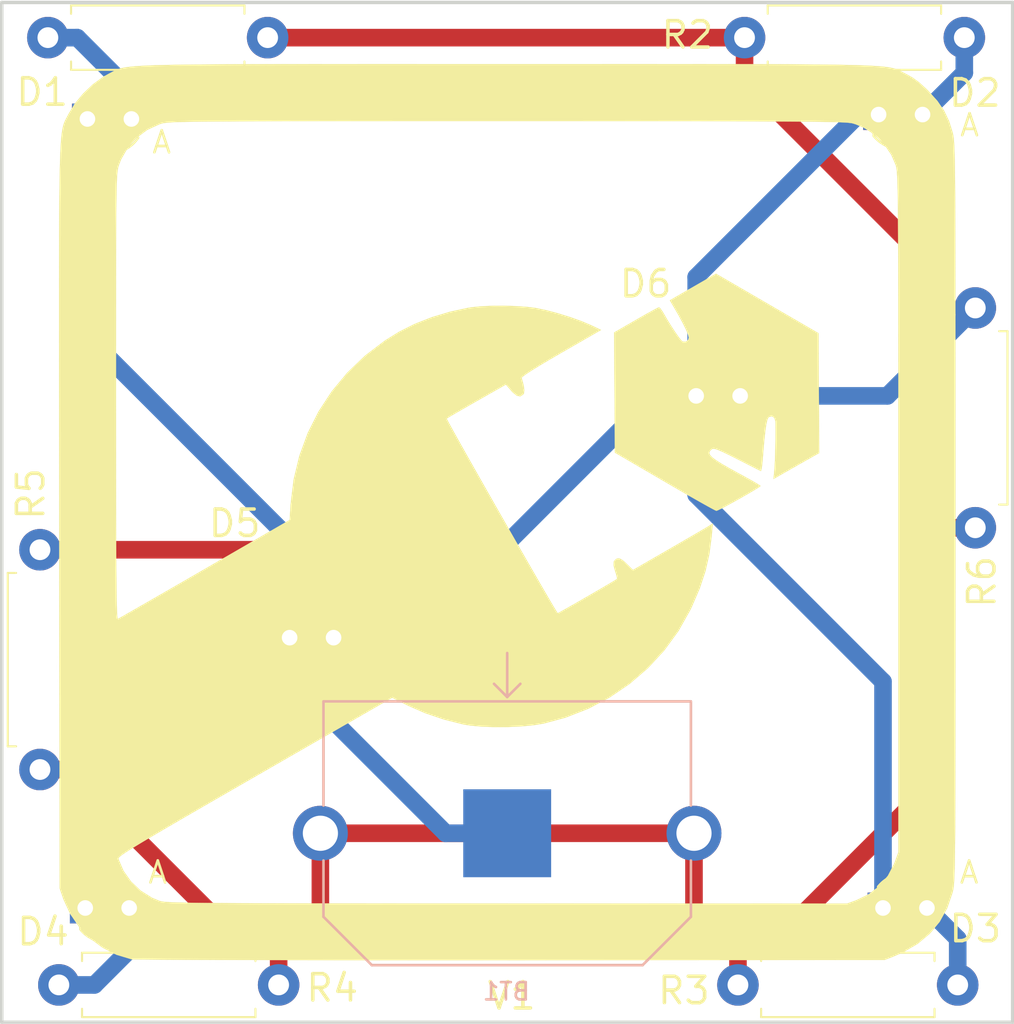
<source format=kicad_pcb>
(kicad_pcb (version 20171130) (host pcbnew "(5.0.1)-4")

  (general
    (thickness 1.6)
    (drawings 9)
    (tracks 62)
    (zones 0)
    (modules 14)
    (nets 9)
  )

  (page A4)
  (layers
    (0 F.Cu signal)
    (31 B.Cu signal hide)
    (32 B.Adhes user hide)
    (33 F.Adhes user hide)
    (34 B.Paste user hide)
    (35 F.Paste user hide)
    (36 B.SilkS user hide)
    (37 F.SilkS user)
    (38 B.Mask user hide)
    (39 F.Mask user)
    (40 Dwgs.User user hide)
    (41 Cmts.User user hide)
    (42 Eco1.User user hide)
    (43 Eco2.User user hide)
    (44 Edge.Cuts user)
    (45 Margin user hide)
    (46 B.CrtYd user hide)
    (47 F.CrtYd user)
    (48 B.Fab user)
    (49 F.Fab user hide)
  )

  (setup
    (last_trace_width 1.016)
    (trace_clearance 0.254)
    (zone_clearance 0.254)
    (zone_45_only no)
    (trace_min 1.016)
    (segment_width 0.2)
    (edge_width 0.2)
    (via_size 1.524)
    (via_drill 0.7874)
    (via_min_size 1.524)
    (via_min_drill 0.7874)
    (uvia_size 1.524)
    (uvia_drill 0.7874)
    (uvias_allowed no)
    (uvia_min_size 1.524)
    (uvia_min_drill 0.1)
    (pcb_text_width 0.3)
    (pcb_text_size 1.5 1.5)
    (mod_edge_width 0.15)
    (mod_text_size 1 1)
    (mod_text_width 0.15)
    (pad_size 1.778 1.778)
    (pad_drill 0.9)
    (pad_to_mask_clearance 0.2032)
    (solder_mask_min_width 0.254)
    (aux_axis_origin 0 0)
    (visible_elements 7FFFFFFF)
    (pcbplotparams
      (layerselection 0x010e0_ffffffff)
      (usegerberextensions false)
      (usegerberattributes false)
      (usegerberadvancedattributes false)
      (creategerberjobfile false)
      (excludeedgelayer true)
      (linewidth 0.100000)
      (plotframeref false)
      (viasonmask false)
      (mode 1)
      (useauxorigin false)
      (hpglpennumber 1)
      (hpglpenspeed 20)
      (hpglpendiameter 15.000000)
      (psnegative false)
      (psa4output false)
      (plotreference true)
      (plotvalue true)
      (plotinvisibletext false)
      (padsonsilk false)
      (subtractmaskfromsilk false)
      (outputformat 1)
      (mirror false)
      (drillshape 0)
      (scaleselection 1)
      (outputdirectory "PCB-Order/"))
  )

  (net 0 "")
  (net 1 GND)
  (net 2 "Net-(D1-Pad2)")
  (net 3 "Net-(D2-Pad2)")
  (net 4 "Net-(D3-Pad2)")
  (net 5 "Net-(D4-Pad2)")
  (net 6 "Net-(D5-Pad2)")
  (net 7 "Net-(D6-Pad2)")
  (net 8 "Net-(BT1-Pad1)")

  (net_class Default "This is the default net class."
    (clearance 0.254)
    (trace_width 1.016)
    (via_dia 1.524)
    (via_drill 0.7874)
    (uvia_dia 1.524)
    (uvia_drill 0.7874)
    (diff_pair_gap 2.54)
    (diff_pair_width 2.54)
    (add_net GND)
    (add_net "Net-(BT1-Pad1)")
    (add_net "Net-(D1-Pad2)")
    (add_net "Net-(D2-Pad2)")
    (add_net "Net-(D3-Pad2)")
    (add_net "Net-(D4-Pad2)")
    (add_net "Net-(D5-Pad2)")
    (add_net "Net-(D6-Pad2)")
  )

  (net_class SMT ""
    (clearance 0.254)
    (trace_width 1.016)
    (via_dia 1.524)
    (via_drill 0.7874)
    (uvia_dia 1.524)
    (uvia_drill 0.7874)
    (diff_pair_gap 2.54)
    (diff_pair_width 2.54)
  )

  (module km-noob-badge-kit:km-logo (layer F.Cu) (tedit 0) (tstamp 5C700E5E)
    (at 150.368 83.566)
    (path /5C769263)
    (fp_text reference KM_LOGO1 (at -0.127 7.112) (layer F.SilkS) hide
      (effects (font (size 1.524 1.524) (thickness 0.3)))
    )
    (fp_text value "KM LOGO FOOTPRINT" (at -6.35 9.652) (layer F.SilkS) hide
      (effects (font (size 1.524 1.524) (thickness 0.3)))
    )
    (fp_poly (pts (xy -6.08759 -25.905587) (xy -4.110666 -25.905372) (xy -1.9762 -25.905146) (xy 0 -25.90506)
      (xy 2.275696 -25.905172) (xy 4.388384 -25.905405) (xy 6.344391 -25.905607) (xy 8.150043 -25.905622)
      (xy 9.811666 -25.905299) (xy 11.335585 -25.904482) (xy 12.728128 -25.903018) (xy 13.995619 -25.900753)
      (xy 15.144385 -25.897534) (xy 16.180752 -25.893207) (xy 17.111045 -25.887619) (xy 17.941592 -25.880615)
      (xy 18.678717 -25.872041) (xy 19.328746 -25.861745) (xy 19.898007 -25.849573) (xy 20.392824 -25.83537)
      (xy 20.819524 -25.818984) (xy 21.184432 -25.800259) (xy 21.493875 -25.779044) (xy 21.754179 -25.755183)
      (xy 21.971669 -25.728524) (xy 22.152672 -25.698912) (xy 22.303514 -25.666194) (xy 22.43052 -25.630216)
      (xy 22.540017 -25.590825) (xy 22.63833 -25.547866) (xy 22.731786 -25.501187) (xy 22.82671 -25.450633)
      (xy 22.929429 -25.39605) (xy 23.029334 -25.345521) (xy 23.422265 -25.127828) (xy 23.788781 -24.862978)
      (xy 24.180289 -24.512049) (xy 24.344759 -24.34959) (xy 24.864654 -23.772007) (xy 25.254087 -23.20452)
      (xy 25.541452 -22.598583) (xy 25.740746 -21.962871) (xy 25.758357 -21.891479) (xy 25.774687 -21.815924)
      (xy 25.789784 -21.729852) (xy 25.803697 -21.62691) (xy 25.816473 -21.500743) (xy 25.828161 -21.344997)
      (xy 25.838809 -21.15332) (xy 25.848467 -20.919356) (xy 25.857181 -20.636752) (xy 25.865002 -20.299154)
      (xy 25.871976 -19.900209) (xy 25.878153 -19.433562) (xy 25.883581 -18.89286) (xy 25.888308 -18.271748)
      (xy 25.892382 -17.563874) (xy 25.895853 -16.762882) (xy 25.898767 -15.86242) (xy 25.901175 -14.856133)
      (xy 25.903124 -13.737667) (xy 25.904662 -12.500669) (xy 25.905838 -11.138785) (xy 25.9067 -9.645661)
      (xy 25.907297 -8.014942) (xy 25.907678 -6.240276) (xy 25.907889 -4.315309) (xy 25.907981 -2.233685)
      (xy 25.908 0) (xy 25.907983 2.24351) (xy 25.9079 4.324044) (xy 25.907702 6.247957)
      (xy 25.907339 8.021607) (xy 25.906763 9.651349) (xy 25.905924 11.143541) (xy 25.904773 12.504539)
      (xy 25.903262 13.740699) (xy 25.901341 14.858379) (xy 25.898961 15.863934) (xy 25.896073 16.763721)
      (xy 25.892628 17.564097) (xy 25.888578 18.271418) (xy 25.883872 18.892041) (xy 25.878461 19.432322)
      (xy 25.872298 19.898618) (xy 25.865332 20.297286) (xy 25.857515 20.634682) (xy 25.848797 20.917162)
      (xy 25.83913 21.151083) (xy 25.828464 21.342802) (xy 25.816751 21.498676) (xy 25.80394 21.625059)
      (xy 25.789984 21.728311) (xy 25.774833 21.814786) (xy 25.758438 21.890841) (xy 25.74075 21.962834)
      (xy 25.738384 21.972107) (xy 25.430761 22.867758) (xy 24.991747 23.659135) (xy 24.419371 24.34835)
      (xy 23.711661 24.937511) (xy 22.866648 25.428731) (xy 22.271406 25.685608) (xy 21.801667 25.865667)
      (xy 0.211667 25.878045) (xy -1.692925 25.87887) (xy -3.555173 25.879154) (xy -5.36783 25.878914)
      (xy -7.123648 25.878169) (xy -8.815381 25.876938) (xy -10.435779 25.875239) (xy -11.977597 25.873091)
      (xy -13.433585 25.870512) (xy -14.796496 25.867521) (xy -16.059084 25.864136) (xy -17.214099 25.860376)
      (xy -18.254296 25.856259) (xy -19.172425 25.851805) (xy -19.961239 25.84703) (xy -20.613491 25.841955)
      (xy -21.121933 25.836598) (xy -21.479318 25.830976) (xy -21.678398 25.825109) (xy -21.717 25.821958)
      (xy -22.575544 25.564151) (xy -23.376123 25.157853) (xy -24.100888 24.619084) (xy -24.731988 23.963864)
      (xy -25.251573 23.208216) (xy -25.641793 22.36816) (xy -25.677408 22.267334) (xy -25.865666 21.717)
      (xy -25.887805 0.274412) (xy -25.890283 -2.015532) (xy -25.892719 -4.14243) (xy -25.894965 -6.112567)
      (xy -25.895563 -6.682279) (xy -22.606 -6.682279) (xy -22.605754 -4.896738) (xy -22.604979 -3.273787)
      (xy -22.60362 -1.806684) (xy -22.601621 -0.488687) (xy -22.598926 0.686948) (xy -22.59548 1.726961)
      (xy -22.591227 2.638097) (xy -22.586112 3.427096) (xy -22.580079 4.100702) (xy -22.573073 4.665657)
      (xy -22.565037 5.128703) (xy -22.555916 5.496583) (xy -22.545656 5.776039) (xy -22.534199 5.973813)
      (xy -22.521491 6.096649) (xy -22.507476 6.151287) (xy -22.500166 6.155229) (xy -22.410531 6.106438)
      (xy -22.186655 5.979935) (xy -21.840873 5.7828) (xy -21.385517 5.522117) (xy -20.83292 5.204965)
      (xy -20.195415 4.838429) (xy -19.485336 4.429588) (xy -18.715016 3.985526) (xy -17.896787 3.513323)
      (xy -17.483666 3.274719) (xy -12.573 0.437764) (xy -12.516393 -0.462279) (xy -12.344022 -1.887677)
      (xy -12.013149 -3.264683) (xy -11.53027 -4.582976) (xy -10.90188 -5.832235) (xy -10.134474 -7.002141)
      (xy -9.23455 -8.082374) (xy -8.208601 -9.062613) (xy -7.063124 -9.932539) (xy -6.230276 -10.449529)
      (xy -5.344216 -10.892164) (xy -4.349737 -11.280942) (xy -3.304171 -11.596649) (xy -2.26485 -11.820071)
      (xy -2.032 -11.856488) (xy -1.501243 -11.909662) (xy -0.861209 -11.937421) (xy -0.167869 -11.940447)
      (xy 0.522809 -11.919421) (xy 1.154856 -11.875025) (xy 1.651 -11.811654) (xy 2.259272 -11.683858)
      (xy 2.94314 -11.501904) (xy 3.642039 -11.284647) (xy 4.295405 -11.050941) (xy 4.842673 -10.81964)
      (xy 4.852656 -10.814914) (xy 5.429645 -10.541) (xy 3.116989 -9.210917) (xy 2.436668 -8.815621)
      (xy 1.865872 -8.475575) (xy 1.412634 -8.195851) (xy 1.084984 -7.981521) (xy 0.890955 -7.837654)
      (xy 0.837452 -7.771583) (xy 0.950771 -7.350411) (xy 0.993045 -7.058581) (xy 0.966642 -6.872841)
      (xy 0.934389 -6.819348) (xy 0.761671 -6.701716) (xy 0.559136 -6.738571) (xy 0.317396 -6.93278)
      (xy 0.223412 -7.036559) (xy -0.074371 -7.384452) (xy -1.751686 -6.431152) (xy -2.235854 -6.155149)
      (xy -2.670989 -5.905524) (xy -3.035328 -5.694891) (xy -3.307109 -5.535862) (xy -3.464572 -5.441049)
      (xy -3.494036 -5.421323) (xy -3.459467 -5.344691) (xy -3.348159 -5.135115) (xy -3.167954 -4.806347)
      (xy -2.926696 -4.372138) (xy -2.63223 -3.846239) (xy -2.292399 -3.242401) (xy -1.915046 -2.574376)
      (xy -1.508015 -1.855915) (xy -1.07915 -1.100769) (xy -0.636294 -0.322689) (xy -0.187292 0.464572)
      (xy 0.260014 1.247265) (xy 0.69778 2.011637) (xy 1.118161 2.743937) (xy 1.513315 3.430415)
      (xy 1.875398 4.057319) (xy 2.196566 4.610897) (xy 2.468975 5.077398) (xy 2.684782 5.443071)
      (xy 2.836142 5.694166) (xy 2.915214 5.816929) (xy 2.918948 5.821747) (xy 2.992361 5.786837)
      (xy 3.187 5.680537) (xy 3.478052 5.517172) (xy 3.840706 5.311066) (xy 4.25015 5.076545)
      (xy 4.681573 4.827932) (xy 5.110163 4.579555) (xy 5.511109 4.345736) (xy 5.859599 4.140801)
      (xy 6.130821 3.979075) (xy 6.299964 3.874883) (xy 6.343815 3.844408) (xy 6.339464 3.750062)
      (xy 6.28653 3.550466) (xy 6.23593 3.399758) (xy 6.14441 3.057568) (xy 6.163158 2.827528)
      (xy 6.295584 2.690426) (xy 6.367002 2.661604) (xy 6.507413 2.664728) (xy 6.685681 2.770306)
      (xy 6.903933 2.966866) (xy 7.270173 3.326304) (xy 9.371253 2.11389) (xy 9.922127 1.795569)
      (xy 10.433435 1.499272) (xy 10.884362 1.237126) (xy 11.254095 1.021258) (xy 11.52182 0.863796)
      (xy 11.666722 0.776868) (xy 11.676569 0.770668) (xy 11.880805 0.639859) (xy 11.821078 1.356033)
      (xy 11.688963 2.392261) (xy 11.462579 3.390265) (xy 11.129141 4.394278) (xy 10.675868 5.448537)
      (xy 10.581622 5.644883) (xy 9.897322 6.859882) (xy 9.078137 7.981292) (xy 8.136024 8.999857)
      (xy 7.082938 9.906317) (xy 5.930835 10.691417) (xy 4.691671 11.345898) (xy 3.377401 11.860502)
      (xy 2.112998 12.202274) (xy 1.521364 12.299297) (xy 0.821623 12.366132) (xy 0.06116 12.402272)
      (xy -0.712637 12.407208) (xy -1.452383 12.380433) (xy -2.110692 12.321439) (xy -2.54 12.25214)
      (xy -3.648803 11.972909) (xy -4.725645 11.609133) (xy -5.70707 11.18251) (xy -5.790876 11.140595)
      (xy -6.644915 10.708113) (xy -14.582937 15.278624) (xy -15.843465 16.004704) (xy -16.964889 16.651427)
      (xy -17.95508 17.223526) (xy -18.821913 17.725737) (xy -19.573258 18.162793) (xy -20.216988 18.53943)
      (xy -20.760976 18.860382) (xy -21.213095 19.130383) (xy -21.581217 19.354168) (xy -21.873213 19.536471)
      (xy -22.096958 19.682027) (xy -22.260323 19.795571) (xy -22.371181 19.881837) (xy -22.437405 19.94556)
      (xy -22.466866 19.991474) (xy -22.468585 20.021067) (xy -22.172268 20.711387) (xy -21.735502 21.330403)
      (xy -21.179898 21.855893) (xy -20.527071 22.265637) (xy -20.115449 22.440412) (xy -20.062861 22.457208)
      (xy -19.998761 22.472736) (xy -19.916606 22.48705) (xy -19.809854 22.500201) (xy -19.671963 22.512242)
      (xy -19.49639 22.523224) (xy -19.276594 22.533198) (xy -19.006032 22.542218) (xy -18.678161 22.550334)
      (xy -18.286441 22.5576) (xy -17.824328 22.564066) (xy -17.285279 22.569784) (xy -16.662754 22.574807)
      (xy -15.950209 22.579187) (xy -15.141103 22.582974) (xy -14.228893 22.586222) (xy -13.207036 22.588982)
      (xy -12.068991 22.591306) (xy -10.808216 22.593246) (xy -9.418168 22.594854) (xy -7.892304 22.596181)
      (xy -6.224084 22.59728) (xy -4.406963 22.598203) (xy -2.434401 22.599001) (xy -0.299855 22.599727)
      (xy -0.025018 22.599814) (xy 19.634964 22.606) (xy 20.180263 22.408067) (xy 20.898614 22.061727)
      (xy 21.508362 21.587448) (xy 22.000495 20.994243) (xy 22.365999 20.291125) (xy 22.408067 20.180263)
      (xy 22.606 19.634964) (xy 22.606 0.009403) (xy 22.60597 -2.141568) (xy 22.605844 -4.129777)
      (xy 22.605569 -5.961797) (xy 22.605093 -7.6442) (xy 22.604365 -9.183558) (xy 22.60333 -10.586441)
      (xy 22.601936 -11.859424) (xy 22.600132 -13.009077) (xy 22.597864 -14.041972) (xy 22.59508 -14.964681)
      (xy 22.591728 -15.783777) (xy 22.587755 -16.505832) (xy 22.583108 -17.137416) (xy 22.577734 -17.685103)
      (xy 22.571582 -18.155464) (xy 22.564599 -18.555072) (xy 22.556733 -18.890497) (xy 22.54793 -19.168313)
      (xy 22.538138 -19.39509) (xy 22.527305 -19.577402) (xy 22.515378 -19.72182) (xy 22.502305 -19.834916)
      (xy 22.488033 -19.923262) (xy 22.472509 -19.99343) (xy 22.455682 -20.051991) (xy 22.445417 -20.082899)
      (xy 22.192043 -20.667074) (xy 21.846883 -21.176955) (xy 21.450435 -21.598238) (xy 21.015295 -21.971435)
      (xy 20.598283 -22.234283) (xy 20.135775 -22.424727) (xy 19.987133 -22.470927) (xy 19.924991 -22.485858)
      (xy 19.839859 -22.499659) (xy 19.725254 -22.512374) (xy 19.5747 -22.524046) (xy 19.381714 -22.53472)
      (xy 19.139819 -22.544439) (xy 18.842534 -22.553247) (xy 18.483379 -22.561188) (xy 18.055875 -22.568305)
      (xy 17.553542 -22.574643) (xy 16.969901 -22.580244) (xy 16.298471 -22.585153) (xy 15.532774 -22.589414)
      (xy 14.666328 -22.59307) (xy 13.692656 -22.596164) (xy 12.605276 -22.598742) (xy 11.39771 -22.600846)
      (xy 10.063477 -22.60252) (xy 8.596098 -22.603808) (xy 6.989093 -22.604753) (xy 5.235983 -22.605401)
      (xy 3.330288 -22.605793) (xy 1.265528 -22.605974) (xy -0.018038 -22.606) (xy -2.16261 -22.60599)
      (xy -4.144454 -22.605921) (xy -5.970177 -22.605736) (xy -7.646383 -22.605377) (xy -9.179679 -22.604787)
      (xy -10.57667 -22.603907) (xy -11.843962 -22.602681) (xy -12.988161 -22.601051) (xy -14.015872 -22.598959)
      (xy -14.933702 -22.596347) (xy -15.748255 -22.593158) (xy -16.466138 -22.589334) (xy -17.093956 -22.584818)
      (xy -17.638315 -22.579552) (xy -18.105821 -22.573478) (xy -18.50308 -22.566539) (xy -18.836696 -22.558678)
      (xy -19.113277 -22.549835) (xy -19.339427 -22.539955) (xy -19.521752 -22.528979) (xy -19.666858 -22.51685)
      (xy -19.781352 -22.50351) (xy -19.871837 -22.488902) (xy -19.944921 -22.472967) (xy -20.007209 -22.455648)
      (xy -20.065307 -22.436889) (xy -20.082816 -22.431001) (xy -20.793622 -22.104966) (xy -21.414288 -21.644334)
      (xy -21.926234 -21.067666) (xy -22.310881 -20.393524) (xy -22.429782 -20.086435) (xy -22.453389 -20.014664)
      (xy -22.474788 -19.940774) (xy -22.494087 -19.856516) (xy -22.511394 -19.753639) (xy -22.526818 -19.623894)
      (xy -22.540467 -19.459031) (xy -22.55245 -19.250799) (xy -22.562876 -18.990948) (xy -22.571852 -18.671229)
      (xy -22.579487 -18.283392) (xy -22.58589 -17.819186) (xy -22.591169 -17.270362) (xy -22.595432 -16.62867)
      (xy -22.598789 -15.885859) (xy -22.601347 -15.033679) (xy -22.603215 -14.063881) (xy -22.604501 -12.968215)
      (xy -22.605314 -11.73843) (xy -22.605763 -10.366277) (xy -22.605955 -8.843505) (xy -22.605999 -7.161865)
      (xy -22.606 -6.682279) (xy -25.895563 -6.682279) (xy -25.896876 -7.932229) (xy -25.898306 -9.607704)
      (xy -25.899108 -11.145276) (xy -25.899135 -12.551233) (xy -25.898243 -13.831861) (xy -25.896284 -14.993447)
      (xy -25.893112 -16.042275) (xy -25.888582 -16.984634) (xy -25.882545 -17.826808) (xy -25.874858 -18.575085)
      (xy -25.865372 -19.235751) (xy -25.853942 -19.815092) (xy -25.840422 -20.319394) (xy -25.824665 -20.754943)
      (xy -25.806526 -21.128027) (xy -25.785857 -21.444931) (xy -25.762513 -21.711941) (xy -25.736347 -21.935344)
      (xy -25.707213 -22.121427) (xy -25.674965 -22.276475) (xy -25.639456 -22.406774) (xy -25.600541 -22.518612)
      (xy -25.558073 -22.618274) (xy -25.511905 -22.712047) (xy -25.461892 -22.806217) (xy -25.407887 -22.907071)
      (xy -25.349744 -23.020894) (xy -25.345602 -23.029333) (xy -24.985403 -23.621299) (xy -24.503691 -24.204122)
      (xy -23.944585 -24.733684) (xy -23.352203 -25.165869) (xy -23.029333 -25.345521) (xy -22.914784 -25.403708)
      (xy -22.813495 -25.457735) (xy -22.719142 -25.507753) (xy -22.625397 -25.553918) (xy -22.525936 -25.596383)
      (xy -22.414432 -25.635301) (xy -22.284558 -25.670827) (xy -22.12999 -25.703114) (xy -21.944401 -25.732316)
      (xy -21.721464 -25.758586) (xy -21.454855 -25.782078) (xy -21.138247 -25.802946) (xy -20.765315 -25.821344)
      (xy -20.329731 -25.837425) (xy -19.82517 -25.851343) (xy -19.245307 -25.863251) (xy -18.583815 -25.873304)
      (xy -17.834368 -25.881655) (xy -16.99064 -25.888458) (xy -16.046305 -25.893866) (xy -14.995038 -25.898033)
      (xy -13.830512 -25.901113) (xy -12.546401 -25.90326) (xy -11.136379 -25.904627) (xy -9.594121 -25.905368)
      (xy -7.9133 -25.905637) (xy -6.08759 -25.905587)) (layer F.SilkS) (width 0.01))
    (fp_poly (pts (xy 17.991667 -10.353404) (xy 18.011727 -6.891202) (xy 18.031786 -3.429) (xy 17.208232 -2.963333)
      (xy 16.809195 -2.73729) (xy 16.403742 -2.506921) (xy 16.050792 -2.305732) (xy 15.88595 -2.211366)
      (xy 15.387222 -1.925066) (xy 15.440676 -2.465366) (xy 15.461161 -2.758837) (xy 15.479056 -3.17421)
      (xy 15.493341 -3.664062) (xy 15.502997 -4.18097) (xy 15.507005 -4.67751) (xy 15.504344 -5.106259)
      (xy 15.500791 -5.261441) (xy 15.438558 -5.459083) (xy 15.299872 -5.551936) (xy 15.134802 -5.513036)
      (xy 15.095433 -5.479719) (xy 15.034007 -5.35175) (xy 14.974165 -5.08787) (xy 14.914859 -4.680415)
      (xy 14.855043 -4.121724) (xy 14.793668 -3.404131) (xy 14.771113 -3.1071) (xy 14.740742 -2.779606)
      (xy 14.705879 -2.531546) (xy 14.672212 -2.399311) (xy 14.658612 -2.387433) (xy 14.567801 -2.432315)
      (xy 14.351534 -2.540955) (xy 14.035351 -2.700472) (xy 13.644792 -2.897983) (xy 13.27596 -3.084829)
      (xy 12.787709 -3.32973) (xy 12.426841 -3.503021) (xy 12.171505 -3.613109) (xy 11.999848 -3.6684)
      (xy 11.890019 -3.677302) (xy 11.820165 -3.64822) (xy 11.817381 -3.645962) (xy 11.717675 -3.543593)
      (xy 11.680163 -3.44002) (xy 11.717054 -3.32501) (xy 11.840557 -3.18833) (xy 12.062882 -3.019745)
      (xy 12.396239 -2.809023) (xy 12.852837 -2.545929) (xy 13.444886 -2.220231) (xy 13.6525 -2.107832)
      (xy 14.018382 -1.906989) (xy 14.323205 -1.733451) (xy 14.539615 -1.603264) (xy 14.64026 -1.532473)
      (xy 14.644153 -1.526133) (xy 14.572788 -1.466812) (xy 14.381584 -1.344413) (xy 14.100101 -1.175562)
      (xy 13.757901 -0.976884) (xy 13.384547 -0.765007) (xy 13.0096 -0.556556) (xy 12.662622 -0.368159)
      (xy 12.373173 -0.216442) (xy 12.170817 -0.118031) (xy 12.08844 -0.088719) (xy 11.993637 -0.131025)
      (xy 11.769218 -0.24996) (xy 11.431529 -0.436307) (xy 10.996916 -0.680852) (xy 10.481725 -0.974379)
      (xy 9.902301 -1.307674) (xy 9.274991 -1.671521) (xy 9.101667 -1.772555) (xy 6.223 -3.452337)
      (xy 6.200902 -6.924326) (xy 6.178803 -10.396315) (xy 7.440174 -11.124824) (xy 7.857721 -11.363601)
      (xy 8.225543 -11.569445) (xy 8.51824 -11.728502) (xy 8.710411 -11.826918) (xy 8.774606 -11.852681)
      (xy 8.854838 -11.7846) (xy 8.97702 -11.612101) (xy 9.047512 -11.492848) (xy 9.253144 -11.138092)
      (xy 9.477319 -10.775357) (xy 9.699119 -10.435786) (xy 9.897623 -10.150519) (xy 10.051915 -9.950697)
      (xy 10.138834 -9.868234) (xy 10.334811 -9.863004) (xy 10.469619 -9.983566) (xy 10.496439 -10.105558)
      (xy 10.451414 -10.278899) (xy 10.326851 -10.570796) (xy 10.134614 -10.957258) (xy 9.886569 -11.414295)
      (xy 9.627476 -11.862676) (xy 9.395768 -12.253019) (xy 10.391718 -12.826802) (xy 10.793769 -13.058473)
      (xy 11.174469 -13.27792) (xy 11.493573 -13.461938) (xy 11.710834 -13.587322) (xy 11.727523 -13.596963)
      (xy 12.067379 -13.793342) (xy 17.991667 -10.353404)) (layer F.SilkS) (width 0.01))
  )

  (module LEDs:LED_D3.0mm (layer F.Cu) (tedit 5C6F713C) (tstamp 5C6F85E6)
    (at 125.984 106.426)
    (descr "LED, diameter 3.0mm, 2 pins")
    (tags "LED diameter 3.0mm 2 pins")
    (path /5C6F5728)
    (fp_text reference D4 (at -2.4384 1.3716) (layer F.SilkS)
      (effects (font (size 1.524 1.524) (thickness 0.2032)))
    )
    (fp_text value LED (at 4.445 -1.905) (layer F.Fab)
      (effects (font (size 1 1) (thickness 0.15)))
    )
    (fp_arc (start 1.27 0) (end -0.23 -1.16619) (angle 284.3) (layer F.Fab) (width 0.1))
    (fp_arc (start 1.27 0) (end -0.29 -1.235516) (angle 108.8) (layer F.SilkS) (width 0.12))
    (fp_arc (start 1.27 0) (end -0.29 1.235516) (angle -108.8) (layer F.SilkS) (width 0.12))
    (fp_arc (start 1.27 0) (end 0.229039 -1.08) (angle 87.9) (layer F.SilkS) (width 0.12))
    (fp_arc (start 1.27 0) (end 0.229039 1.08) (angle -87.9) (layer F.SilkS) (width 0.12))
    (fp_circle (center 1.27 0) (end 2.77 0) (layer F.Fab) (width 0.1))
    (fp_line (start -0.23 -1.16619) (end -0.23 1.16619) (layer F.Fab) (width 0.1))
    (fp_line (start -0.29 -1.236) (end -0.29 -1.08) (layer F.SilkS) (width 0.12))
    (fp_line (start -0.29 1.08) (end -0.29 1.236) (layer F.SilkS) (width 0.12))
    (fp_line (start -1.15 -2.25) (end -1.15 2.25) (layer F.CrtYd) (width 0.05))
    (fp_line (start -1.15 2.25) (end 3.7 2.25) (layer F.CrtYd) (width 0.05))
    (fp_line (start 3.7 2.25) (end 3.7 -2.25) (layer F.CrtYd) (width 0.05))
    (fp_line (start 3.7 -2.25) (end -1.15 -2.25) (layer F.CrtYd) (width 0.05))
    (pad 1 thru_hole rect (at 0 0) (size 1.778 1.778) (drill 0.9) (layers *.Cu *.Mask)
      (net 1 GND))
    (pad 2 thru_hole circle (at 2.54 0) (size 2.032 2.032) (drill 0.9) (layers *.Cu *.Mask)
      (net 5 "Net-(D4-Pad2)"))
    (model ${KISYS3DMOD}/LEDs.3dshapes/LED_D3.0mm.wrl
      (at (xyz 0 0 0))
      (scale (xyz 0.393701 0.393701 0.393701))
      (rotate (xyz 0 0 0))
    )
  )

  (module "Rays Footprints:Keystone-3035-CR2032-Coin" (layer B.Cu) (tedit 5C701D3A) (tstamp 5C709D55)
    (at 150.368 102.108 180)
    (path /5C758C68)
    (fp_text reference BT1 (at 0.0508 -9.144 180) (layer B.SilkS)
      (effects (font (size 1 1) (thickness 0.15)) (justify mirror))
    )
    (fp_text value CR2032 (at -0.0508 -6.4516 180) (layer B.Fab)
      (effects (font (size 1 1) (thickness 0.15)) (justify mirror))
    )
    (fp_line (start -10.6172 -4.826) (end -10.6172 -1.5748) (layer B.SilkS) (width 0.1524))
    (fp_line (start -10.6172 1.6002) (end -10.6172 7.62) (layer B.SilkS) (width 0.1524))
    (fp_line (start 10.6172 -4.826) (end 10.6172 -1.5748) (layer B.SilkS) (width 0.1524))
    (fp_circle (center 0 0) (end 10.163175 0) (layer B.Fab) (width 0.1524))
    (fp_line (start -11.176 -10.668) (end 11.176 -10.668) (layer B.CrtYd) (width 0.1524))
    (fp_line (start -11.176 27.432) (end 11.176 27.432) (layer B.CrtYd) (width 0.1524))
    (fp_line (start -11.176 -10.668) (end -11.176 27.432) (layer B.CrtYd) (width 0.1524))
    (fp_line (start 11.176 -10.668) (end 11.176 27.432) (layer B.CrtYd) (width 0.1524))
    (fp_line (start 0 7.874) (end -0.762 8.636) (layer B.SilkS) (width 0.1524))
    (fp_line (start 0 7.874) (end 0.762 8.636) (layer B.SilkS) (width 0.1524))
    (fp_line (start 0 7.874) (end 0 10.414) (layer B.SilkS) (width 0.1524))
    (fp_circle (center -5.6134 -4.318) (end -3.0734 -4.318) (layer B.Fab) (width 0.1524))
    (fp_circle (center 5.6134 -4.318) (end 8.1534 -4.318) (layer B.Fab) (width 0.1524))
    (fp_line (start -7.8232 -7.62) (end -10.6172 -4.826) (layer B.SilkS) (width 0.1524))
    (fp_line (start 7.8232 -7.62) (end -7.8232 -7.62) (layer B.SilkS) (width 0.1524))
    (fp_line (start 10.6172 1.6002) (end 10.6172 7.62) (layer B.SilkS) (width 0.1524))
    (fp_line (start 7.8232 -7.62) (end 10.6172 -4.826) (layer B.SilkS) (width 0.1524))
    (fp_line (start -10.6045 7.62) (end 10.6045 7.62) (layer B.SilkS) (width 0.1524))
    (pad 2 smd rect (at 0 0 180) (size 5.08 5.08) (layers B.Cu B.Paste B.Mask)
      (net 1 GND))
    (pad 1 thru_hole circle (at 10.795 0 180) (size 3.175 3.175) (drill 2.032) (layers *.Cu *.Mask)
      (net 8 "Net-(BT1-Pad1)"))
    (pad 1 thru_hole circle (at -10.795 0 90) (size 3.175 3.175) (drill 2.032) (layers *.Cu *.Mask)
      (net 8 "Net-(BT1-Pad1)"))
  )

  (module LEDs:LED_D3.0mm (layer F.Cu) (tedit 5C6F7153) (tstamp 5C738A30)
    (at 172.085 106.426)
    (descr "LED, diameter 3.0mm, 2 pins")
    (tags "LED diameter 3.0mm 2 pins")
    (path /5C6F56F7)
    (fp_text reference D3 (at 5.334 1.1938) (layer F.SilkS)
      (effects (font (size 1.524 1.524) (thickness 0.2032)))
    )
    (fp_text value LED (at -1.651 -2.54) (layer F.Fab)
      (effects (font (size 1 1) (thickness 0.15)))
    )
    (fp_line (start 3.7 -2.25) (end -1.15 -2.25) (layer F.CrtYd) (width 0.05))
    (fp_line (start 3.7 2.25) (end 3.7 -2.25) (layer F.CrtYd) (width 0.05))
    (fp_line (start -1.15 2.25) (end 3.7 2.25) (layer F.CrtYd) (width 0.05))
    (fp_line (start -1.15 -2.25) (end -1.15 2.25) (layer F.CrtYd) (width 0.05))
    (fp_line (start -0.29 1.08) (end -0.29 1.236) (layer F.SilkS) (width 0.12))
    (fp_line (start -0.29 -1.236) (end -0.29 -1.08) (layer F.SilkS) (width 0.12))
    (fp_line (start -0.23 -1.16619) (end -0.23 1.16619) (layer F.Fab) (width 0.1))
    (fp_circle (center 1.27 0) (end 2.77 0) (layer F.Fab) (width 0.1))
    (fp_arc (start 1.27 0) (end 0.229039 1.08) (angle -87.9) (layer F.SilkS) (width 0.12))
    (fp_arc (start 1.27 0) (end 0.229039 -1.08) (angle 87.9) (layer F.SilkS) (width 0.12))
    (fp_arc (start 1.27 0) (end -0.29 1.235516) (angle -108.8) (layer F.SilkS) (width 0.12))
    (fp_arc (start 1.27 0) (end -0.29 -1.235516) (angle 108.8) (layer F.SilkS) (width 0.12))
    (fp_arc (start 1.27 0) (end -0.23 -1.16619) (angle 284.3) (layer F.Fab) (width 0.1))
    (pad 2 thru_hole circle (at 2.54 0) (size 2.032 2.032) (drill 0.9) (layers *.Cu *.Mask)
      (net 4 "Net-(D3-Pad2)"))
    (pad 1 thru_hole rect (at 0 0) (size 1.778 1.778) (drill 0.9) (layers *.Cu *.Mask)
      (net 1 GND))
    (model ${KISYS3DMOD}/LEDs.3dshapes/LED_D3.0mm.wrl
      (at (xyz 0 0 0))
      (scale (xyz 0.393701 0.393701 0.393701))
      (rotate (xyz 0 0 0))
    )
  )

  (module LEDs:LED_D3.0mm (layer F.Cu) (tedit 5C6F7131) (tstamp 5C6F6080)
    (at 126.111 60.833)
    (descr "LED, diameter 3.0mm, 2 pins")
    (tags "LED diameter 3.0mm 2 pins")
    (path /5C6F5677)
    (fp_text reference D1 (at -2.6162 -1.5494) (layer F.SilkS)
      (effects (font (size 1.524 1.524) (thickness 0.2032)))
    )
    (fp_text value LED (at 5.207 1.905) (layer F.Fab)
      (effects (font (size 1 1) (thickness 0.15)))
    )
    (fp_arc (start 1.27 0) (end -0.23 -1.16619) (angle 284.3) (layer F.Fab) (width 0.1))
    (fp_arc (start 1.27 0) (end -0.29 -1.235516) (angle 108.8) (layer F.SilkS) (width 0.12))
    (fp_arc (start 1.27 0) (end -0.29 1.235516) (angle -108.8) (layer F.SilkS) (width 0.12))
    (fp_arc (start 1.27 0) (end 0.229039 -1.08) (angle 87.9) (layer F.SilkS) (width 0.12))
    (fp_arc (start 1.27 0) (end 0.229039 1.08) (angle -87.9) (layer F.SilkS) (width 0.12))
    (fp_circle (center 1.27 0) (end 2.77 0) (layer F.Fab) (width 0.1))
    (fp_line (start -0.23 -1.16619) (end -0.23 1.16619) (layer F.Fab) (width 0.1))
    (fp_line (start -0.29 -1.236) (end -0.29 -1.08) (layer F.SilkS) (width 0.12))
    (fp_line (start -0.29 1.08) (end -0.29 1.236) (layer F.SilkS) (width 0.12))
    (fp_line (start -1.15 -2.25) (end -1.15 2.25) (layer F.CrtYd) (width 0.05))
    (fp_line (start -1.15 2.25) (end 3.7 2.25) (layer F.CrtYd) (width 0.05))
    (fp_line (start 3.7 2.25) (end 3.7 -2.25) (layer F.CrtYd) (width 0.05))
    (fp_line (start 3.7 -2.25) (end -1.15 -2.25) (layer F.CrtYd) (width 0.05))
    (pad 1 thru_hole rect (at 0 0) (size 1.778 1.778) (drill 0.9) (layers *.Cu *.Mask)
      (net 1 GND))
    (pad 2 thru_hole circle (at 2.54 0) (size 2.032 2.032) (drill 0.9) (layers *.Cu *.Mask)
      (net 2 "Net-(D1-Pad2)"))
    (model ${KISYS3DMOD}/LEDs.3dshapes/LED_D3.0mm.wrl
      (at (xyz 0 0 0))
      (scale (xyz 0.393701 0.393701 0.393701))
      (rotate (xyz 0 0 0))
    )
  )

  (module LEDs:LED_D3.0mm (layer F.Cu) (tedit 5C6F7166) (tstamp 5C6F6093)
    (at 171.831 60.579)
    (descr "LED, diameter 3.0mm, 2 pins")
    (tags "LED diameter 3.0mm 2 pins")
    (path /5C6F56D9)
    (fp_text reference D2 (at 5.5626 -1.2446) (layer F.SilkS)
      (effects (font (size 1.524 1.524) (thickness 0.2032)))
    )
    (fp_text value LED (at -0.381 3.302) (layer F.Fab)
      (effects (font (size 1 1) (thickness 0.15)))
    )
    (fp_arc (start 1.27 0) (end -0.23 -1.16619) (angle 284.3) (layer F.Fab) (width 0.1))
    (fp_arc (start 1.27 0) (end -0.29 -1.235516) (angle 108.8) (layer F.SilkS) (width 0.12))
    (fp_arc (start 1.27 0) (end -0.29 1.235516) (angle -108.8) (layer F.SilkS) (width 0.12))
    (fp_arc (start 1.27 0) (end 0.229039 -1.08) (angle 87.9) (layer F.SilkS) (width 0.12))
    (fp_arc (start 1.27 0) (end 0.229039 1.08) (angle -87.9) (layer F.SilkS) (width 0.12))
    (fp_circle (center 1.27 0) (end 2.77 0) (layer F.Fab) (width 0.1))
    (fp_line (start -0.23 -1.16619) (end -0.23 1.16619) (layer F.Fab) (width 0.1))
    (fp_line (start -0.29 -1.236) (end -0.29 -1.08) (layer F.SilkS) (width 0.12))
    (fp_line (start -0.29 1.08) (end -0.29 1.236) (layer F.SilkS) (width 0.12))
    (fp_line (start -1.15 -2.25) (end -1.15 2.25) (layer F.CrtYd) (width 0.05))
    (fp_line (start -1.15 2.25) (end 3.7 2.25) (layer F.CrtYd) (width 0.05))
    (fp_line (start 3.7 2.25) (end 3.7 -2.25) (layer F.CrtYd) (width 0.05))
    (fp_line (start 3.7 -2.25) (end -1.15 -2.25) (layer F.CrtYd) (width 0.05))
    (pad 1 thru_hole rect (at 0 0) (size 1.778 1.778) (drill 0.9) (layers *.Cu *.Mask)
      (net 1 GND))
    (pad 2 thru_hole circle (at 2.54 0) (size 2.032 2.032) (drill 0.9) (layers *.Cu *.Mask)
      (net 3 "Net-(D2-Pad2)"))
    (model ${KISYS3DMOD}/LEDs.3dshapes/LED_D3.0mm.wrl
      (at (xyz 0 0 0))
      (scale (xyz 0.393701 0.393701 0.393701))
      (rotate (xyz 0 0 0))
    )
  )

  (module LEDs:LED_D3.0mm (layer F.Cu) (tedit 5C6F715F) (tstamp 5C6F60CC)
    (at 137.795 90.805)
    (descr "LED, diameter 3.0mm, 2 pins")
    (tags "LED diameter 3.0mm 2 pins")
    (path /5C6F5750)
    (fp_text reference D5 (at -3.175 -6.604) (layer F.SilkS)
      (effects (font (size 1.524 1.524) (thickness 0.2032)))
    )
    (fp_text value LED (at 1.27 2.96) (layer F.Fab)
      (effects (font (size 1 1) (thickness 0.15)))
    )
    (fp_line (start 3.7 -2.25) (end -1.15 -2.25) (layer F.CrtYd) (width 0.05))
    (fp_line (start 3.7 2.25) (end 3.7 -2.25) (layer F.CrtYd) (width 0.05))
    (fp_line (start -1.15 2.25) (end 3.7 2.25) (layer F.CrtYd) (width 0.05))
    (fp_line (start -1.15 -2.25) (end -1.15 2.25) (layer F.CrtYd) (width 0.05))
    (fp_line (start -0.29 1.08) (end -0.29 1.236) (layer F.SilkS) (width 0.12))
    (fp_line (start -0.29 -1.236) (end -0.29 -1.08) (layer F.SilkS) (width 0.12))
    (fp_line (start -0.23 -1.16619) (end -0.23 1.16619) (layer F.Fab) (width 0.1))
    (fp_circle (center 1.27 0) (end 2.77 0) (layer F.Fab) (width 0.1))
    (fp_arc (start 1.27 0) (end 0.229039 1.08) (angle -87.9) (layer F.SilkS) (width 0.12))
    (fp_arc (start 1.27 0) (end 0.229039 -1.08) (angle 87.9) (layer F.SilkS) (width 0.12))
    (fp_arc (start 1.27 0) (end -0.29 1.235516) (angle -108.8) (layer F.SilkS) (width 0.12))
    (fp_arc (start 1.27 0) (end -0.29 -1.235516) (angle 108.8) (layer F.SilkS) (width 0.12))
    (fp_arc (start 1.27 0) (end -0.23 -1.16619) (angle 284.3) (layer F.Fab) (width 0.1))
    (pad 2 thru_hole circle (at 2.54 0) (size 2.032 2.032) (drill 0.9) (layers *.Cu *.Mask)
      (net 6 "Net-(D5-Pad2)"))
    (pad 1 thru_hole rect (at 0 0) (size 1.778 1.778) (drill 0.9) (layers *.Cu *.Mask)
      (net 1 GND))
    (model ${KISYS3DMOD}/LEDs.3dshapes/LED_D3.0mm.wrl
      (at (xyz 0 0 0))
      (scale (xyz 0.393701 0.393701 0.393701))
      (rotate (xyz 0 0 0))
    )
  )

  (module LEDs:LED_D3.0mm (layer F.Cu) (tedit 5C6F7162) (tstamp 5C6F60DF)
    (at 161.29 76.835)
    (descr "LED, diameter 3.0mm, 2 pins")
    (tags "LED diameter 3.0mm 2 pins")
    (path /5C71463E)
    (fp_text reference D6 (at -2.921 -6.477) (layer F.SilkS)
      (effects (font (size 1.524 1.524) (thickness 0.2032)))
    )
    (fp_text value LED (at 1.27 2.96) (layer F.Fab)
      (effects (font (size 1 1) (thickness 0.15)))
    )
    (fp_line (start 3.7 -2.25) (end -1.15 -2.25) (layer F.CrtYd) (width 0.05))
    (fp_line (start 3.7 2.25) (end 3.7 -2.25) (layer F.CrtYd) (width 0.05))
    (fp_line (start -1.15 2.25) (end 3.7 2.25) (layer F.CrtYd) (width 0.05))
    (fp_line (start -1.15 -2.25) (end -1.15 2.25) (layer F.CrtYd) (width 0.05))
    (fp_line (start -0.29 1.08) (end -0.29 1.236) (layer F.SilkS) (width 0.12))
    (fp_line (start -0.29 -1.236) (end -0.29 -1.08) (layer F.SilkS) (width 0.12))
    (fp_line (start -0.23 -1.16619) (end -0.23 1.16619) (layer F.Fab) (width 0.1))
    (fp_circle (center 1.27 0) (end 2.77 0) (layer F.Fab) (width 0.1))
    (fp_arc (start 1.27 0) (end 0.229039 1.08) (angle -87.9) (layer F.SilkS) (width 0.12))
    (fp_arc (start 1.27 0) (end 0.229039 -1.08) (angle 87.9) (layer F.SilkS) (width 0.12))
    (fp_arc (start 1.27 0) (end -0.29 1.235516) (angle -108.8) (layer F.SilkS) (width 0.12))
    (fp_arc (start 1.27 0) (end -0.29 -1.235516) (angle 108.8) (layer F.SilkS) (width 0.12))
    (fp_arc (start 1.27 0) (end -0.23 -1.16619) (angle 284.3) (layer F.Fab) (width 0.1))
    (pad 2 thru_hole circle (at 2.54 0) (size 2.032 2.032) (drill 0.9) (layers *.Cu *.Mask)
      (net 7 "Net-(D6-Pad2)"))
    (pad 1 thru_hole rect (at 0 0) (size 1.778 1.778) (drill 0.9) (layers *.Cu *.Mask)
      (net 1 GND))
    (model ${KISYS3DMOD}/LEDs.3dshapes/LED_D3.0mm.wrl
      (at (xyz 0 0 0))
      (scale (xyz 0.393701 0.393701 0.393701))
      (rotate (xyz 0 0 0))
    )
  )

  (module Resistors_THT:R_Axial_DIN0411_L9.9mm_D3.6mm_P12.70mm_Horizontal (layer F.Cu) (tedit 5874F706) (tstamp 5C73802A)
    (at 136.525 56.134 180)
    (descr "Resistor, Axial_DIN0411 series, Axial, Horizontal, pin pitch=12.7mm, 1W = 1/1W, length*diameter=9.9*3.6mm^2")
    (tags "Resistor Axial_DIN0411 series Axial Horizontal pin pitch 12.7mm 1W = 1/1W length 9.9mm diameter 3.6mm")
    (path /5C6F5963)
    (fp_text reference R1 (at 6.35 -2.86 180) (layer F.SilkS)
      (effects (font (size 1 1) (thickness 0.15)))
    )
    (fp_text value 51 (at 6.35 2.86 180) (layer F.Fab)
      (effects (font (size 1 1) (thickness 0.15)))
    )
    (fp_line (start 14.15 -2.15) (end -1.45 -2.15) (layer F.CrtYd) (width 0.05))
    (fp_line (start 14.15 2.15) (end 14.15 -2.15) (layer F.CrtYd) (width 0.05))
    (fp_line (start -1.45 2.15) (end 14.15 2.15) (layer F.CrtYd) (width 0.05))
    (fp_line (start -1.45 -2.15) (end -1.45 2.15) (layer F.CrtYd) (width 0.05))
    (fp_line (start 11.36 1.86) (end 11.36 1.38) (layer F.SilkS) (width 0.12))
    (fp_line (start 1.34 1.86) (end 11.36 1.86) (layer F.SilkS) (width 0.12))
    (fp_line (start 1.34 1.38) (end 1.34 1.86) (layer F.SilkS) (width 0.12))
    (fp_line (start 11.36 -1.86) (end 11.36 -1.38) (layer F.SilkS) (width 0.12))
    (fp_line (start 1.34 -1.86) (end 11.36 -1.86) (layer F.SilkS) (width 0.12))
    (fp_line (start 1.34 -1.38) (end 1.34 -1.86) (layer F.SilkS) (width 0.12))
    (fp_line (start 12.7 0) (end 11.3 0) (layer F.Fab) (width 0.1))
    (fp_line (start 0 0) (end 1.4 0) (layer F.Fab) (width 0.1))
    (fp_line (start 11.3 -1.8) (end 1.4 -1.8) (layer F.Fab) (width 0.1))
    (fp_line (start 11.3 1.8) (end 11.3 -1.8) (layer F.Fab) (width 0.1))
    (fp_line (start 1.4 1.8) (end 11.3 1.8) (layer F.Fab) (width 0.1))
    (fp_line (start 1.4 -1.8) (end 1.4 1.8) (layer F.Fab) (width 0.1))
    (pad 2 thru_hole oval (at 12.7 0 180) (size 2.4 2.4) (drill 1.2) (layers *.Cu *.Mask)
      (net 2 "Net-(D1-Pad2)"))
    (pad 1 thru_hole circle (at 0 0 180) (size 2.4 2.4) (drill 1.2) (layers *.Cu *.Mask)
      (net 8 "Net-(BT1-Pad1)"))
    (model ${KISYS3DMOD}/Resistors_THT.3dshapes/R_Axial_DIN0411_L9.9mm_D3.6mm_P12.70mm_Horizontal.wrl
      (at (xyz 0 0 0))
      (scale (xyz 0.393701 0.393701 0.393701))
      (rotate (xyz 0 0 0))
    )
  )

  (module Resistors_THT:R_Axial_DIN0411_L9.9mm_D3.6mm_P12.70mm_Horizontal (layer F.Cu) (tedit 5C7380F2) (tstamp 5C73803F)
    (at 164.084 56.134)
    (descr "Resistor, Axial_DIN0411 series, Axial, Horizontal, pin pitch=12.7mm, 1W = 1/1W, length*diameter=9.9*3.6mm^2")
    (tags "Resistor Axial_DIN0411 series Axial Horizontal pin pitch 12.7mm 1W = 1/1W length 9.9mm diameter 3.6mm")
    (path /5C6F59A9)
    (fp_text reference R2 (at -3.302 -0.1524) (layer F.SilkS)
      (effects (font (size 1.524 1.524) (thickness 0.2032)))
    )
    (fp_text value 51 (at 6.35 2.86) (layer F.Fab)
      (effects (font (size 1 1) (thickness 0.15)))
    )
    (fp_line (start 1.4 -1.8) (end 1.4 1.8) (layer F.Fab) (width 0.1))
    (fp_line (start 1.4 1.8) (end 11.3 1.8) (layer F.Fab) (width 0.1))
    (fp_line (start 11.3 1.8) (end 11.3 -1.8) (layer F.Fab) (width 0.1))
    (fp_line (start 11.3 -1.8) (end 1.4 -1.8) (layer F.Fab) (width 0.1))
    (fp_line (start 0 0) (end 1.4 0) (layer F.Fab) (width 0.1))
    (fp_line (start 12.7 0) (end 11.3 0) (layer F.Fab) (width 0.1))
    (fp_line (start 1.34 -1.38) (end 1.34 -1.86) (layer F.SilkS) (width 0.12))
    (fp_line (start 1.34 -1.86) (end 11.36 -1.86) (layer F.SilkS) (width 0.12))
    (fp_line (start 11.36 -1.86) (end 11.36 -1.38) (layer F.SilkS) (width 0.12))
    (fp_line (start 1.34 1.38) (end 1.34 1.86) (layer F.SilkS) (width 0.12))
    (fp_line (start 1.34 1.86) (end 11.36 1.86) (layer F.SilkS) (width 0.12))
    (fp_line (start 11.36 1.86) (end 11.36 1.38) (layer F.SilkS) (width 0.12))
    (fp_line (start -1.45 -2.15) (end -1.45 2.15) (layer F.CrtYd) (width 0.05))
    (fp_line (start -1.45 2.15) (end 14.15 2.15) (layer F.CrtYd) (width 0.05))
    (fp_line (start 14.15 2.15) (end 14.15 -2.15) (layer F.CrtYd) (width 0.05))
    (fp_line (start 14.15 -2.15) (end -1.45 -2.15) (layer F.CrtYd) (width 0.05))
    (pad 1 thru_hole circle (at 0 0) (size 2.4 2.4) (drill 1.2) (layers *.Cu *.Mask)
      (net 8 "Net-(BT1-Pad1)"))
    (pad 2 thru_hole oval (at 12.7 0) (size 2.4 2.4) (drill 1.2) (layers *.Cu *.Mask)
      (net 3 "Net-(D2-Pad2)"))
    (model ${KISYS3DMOD}/Resistors_THT.3dshapes/R_Axial_DIN0411_L9.9mm_D3.6mm_P12.70mm_Horizontal.wrl
      (at (xyz 0 0 0))
      (scale (xyz 0.393701 0.393701 0.393701))
      (rotate (xyz 0 0 0))
    )
  )

  (module Resistors_THT:R_Axial_DIN0411_L9.9mm_D3.6mm_P12.70mm_Horizontal (layer F.Cu) (tedit 5C7380C9) (tstamp 5C738054)
    (at 163.703 110.871)
    (descr "Resistor, Axial_DIN0411 series, Axial, Horizontal, pin pitch=12.7mm, 1W = 1/1W, length*diameter=9.9*3.6mm^2")
    (tags "Resistor Axial_DIN0411 series Axial Horizontal pin pitch 12.7mm 1W = 1/1W length 9.9mm diameter 3.6mm")
    (path /5C6F59D9)
    (fp_text reference R3 (at -3.1242 0.3302) (layer F.SilkS)
      (effects (font (size 1.524 1.524) (thickness 0.2032)))
    )
    (fp_text value 51 (at 6.35 2.86) (layer F.Fab)
      (effects (font (size 1 1) (thickness 0.15)))
    )
    (fp_line (start 14.15 -2.15) (end -1.45 -2.15) (layer F.CrtYd) (width 0.05))
    (fp_line (start 14.15 2.15) (end 14.15 -2.15) (layer F.CrtYd) (width 0.05))
    (fp_line (start -1.45 2.15) (end 14.15 2.15) (layer F.CrtYd) (width 0.05))
    (fp_line (start -1.45 -2.15) (end -1.45 2.15) (layer F.CrtYd) (width 0.05))
    (fp_line (start 11.36 1.86) (end 11.36 1.38) (layer F.SilkS) (width 0.12))
    (fp_line (start 1.34 1.86) (end 11.36 1.86) (layer F.SilkS) (width 0.12))
    (fp_line (start 1.34 1.38) (end 1.34 1.86) (layer F.SilkS) (width 0.12))
    (fp_line (start 11.36 -1.86) (end 11.36 -1.38) (layer F.SilkS) (width 0.12))
    (fp_line (start 1.34 -1.86) (end 11.36 -1.86) (layer F.SilkS) (width 0.12))
    (fp_line (start 1.34 -1.38) (end 1.34 -1.86) (layer F.SilkS) (width 0.12))
    (fp_line (start 12.7 0) (end 11.3 0) (layer F.Fab) (width 0.1))
    (fp_line (start 0 0) (end 1.4 0) (layer F.Fab) (width 0.1))
    (fp_line (start 11.3 -1.8) (end 1.4 -1.8) (layer F.Fab) (width 0.1))
    (fp_line (start 11.3 1.8) (end 11.3 -1.8) (layer F.Fab) (width 0.1))
    (fp_line (start 1.4 1.8) (end 11.3 1.8) (layer F.Fab) (width 0.1))
    (fp_line (start 1.4 -1.8) (end 1.4 1.8) (layer F.Fab) (width 0.1))
    (pad 2 thru_hole oval (at 12.7 0) (size 2.4 2.4) (drill 1.2) (layers *.Cu *.Mask)
      (net 4 "Net-(D3-Pad2)"))
    (pad 1 thru_hole circle (at 0 0) (size 2.4 2.4) (drill 1.2) (layers *.Cu *.Mask)
      (net 8 "Net-(BT1-Pad1)"))
    (model ${KISYS3DMOD}/Resistors_THT.3dshapes/R_Axial_DIN0411_L9.9mm_D3.6mm_P12.70mm_Horizontal.wrl
      (at (xyz 0 0 0))
      (scale (xyz 0.393701 0.393701 0.393701))
      (rotate (xyz 0 0 0))
    )
  )

  (module Resistors_THT:R_Axial_DIN0411_L9.9mm_D3.6mm_P12.70mm_Horizontal (layer F.Cu) (tedit 5C7380B9) (tstamp 5C738069)
    (at 137.16 110.871 180)
    (descr "Resistor, Axial_DIN0411 series, Axial, Horizontal, pin pitch=12.7mm, 1W = 1/1W, length*diameter=9.9*3.6mm^2")
    (tags "Resistor Axial_DIN0411 series Axial Horizontal pin pitch 12.7mm 1W = 1/1W length 9.9mm diameter 3.6mm")
    (path /5C6F5A0B)
    (fp_text reference R4 (at -3.0988 -0.1778 180) (layer F.SilkS)
      (effects (font (size 1.524 1.524) (thickness 0.2032)))
    )
    (fp_text value 51 (at 6.35 2.86 180) (layer F.Fab)
      (effects (font (size 1 1) (thickness 0.15)))
    )
    (fp_line (start 1.4 -1.8) (end 1.4 1.8) (layer F.Fab) (width 0.1))
    (fp_line (start 1.4 1.8) (end 11.3 1.8) (layer F.Fab) (width 0.1))
    (fp_line (start 11.3 1.8) (end 11.3 -1.8) (layer F.Fab) (width 0.1))
    (fp_line (start 11.3 -1.8) (end 1.4 -1.8) (layer F.Fab) (width 0.1))
    (fp_line (start 0 0) (end 1.4 0) (layer F.Fab) (width 0.1))
    (fp_line (start 12.7 0) (end 11.3 0) (layer F.Fab) (width 0.1))
    (fp_line (start 1.34 -1.38) (end 1.34 -1.86) (layer F.SilkS) (width 0.12))
    (fp_line (start 1.34 -1.86) (end 11.36 -1.86) (layer F.SilkS) (width 0.12))
    (fp_line (start 11.36 -1.86) (end 11.36 -1.38) (layer F.SilkS) (width 0.12))
    (fp_line (start 1.34 1.38) (end 1.34 1.86) (layer F.SilkS) (width 0.12))
    (fp_line (start 1.34 1.86) (end 11.36 1.86) (layer F.SilkS) (width 0.12))
    (fp_line (start 11.36 1.86) (end 11.36 1.38) (layer F.SilkS) (width 0.12))
    (fp_line (start -1.45 -2.15) (end -1.45 2.15) (layer F.CrtYd) (width 0.05))
    (fp_line (start -1.45 2.15) (end 14.15 2.15) (layer F.CrtYd) (width 0.05))
    (fp_line (start 14.15 2.15) (end 14.15 -2.15) (layer F.CrtYd) (width 0.05))
    (fp_line (start 14.15 -2.15) (end -1.45 -2.15) (layer F.CrtYd) (width 0.05))
    (pad 1 thru_hole circle (at 0 0 180) (size 2.4 2.4) (drill 1.2) (layers *.Cu *.Mask)
      (net 8 "Net-(BT1-Pad1)"))
    (pad 2 thru_hole oval (at 12.7 0 180) (size 2.4 2.4) (drill 1.2) (layers *.Cu *.Mask)
      (net 5 "Net-(D4-Pad2)"))
    (model ${KISYS3DMOD}/Resistors_THT.3dshapes/R_Axial_DIN0411_L9.9mm_D3.6mm_P12.70mm_Horizontal.wrl
      (at (xyz 0 0 0))
      (scale (xyz 0.393701 0.393701 0.393701))
      (rotate (xyz 0 0 0))
    )
  )

  (module Resistors_THT:R_Axial_DIN0411_L9.9mm_D3.6mm_P12.70mm_Horizontal (layer F.Cu) (tedit 5C738070) (tstamp 5C73807E)
    (at 123.3678 98.425 90)
    (descr "Resistor, Axial_DIN0411 series, Axial, Horizontal, pin pitch=12.7mm, 1W = 1/1W, length*diameter=9.9*3.6mm^2")
    (tags "Resistor Axial_DIN0411 series Axial Horizontal pin pitch 12.7mm 1W = 1/1W length 9.9mm diameter 3.6mm")
    (path /5C6F5A3B)
    (fp_text reference R5 (at 15.9258 -0.5334 90) (layer F.SilkS)
      (effects (font (size 1.524 1.524) (thickness 0.2032)))
    )
    (fp_text value 51 (at 6.35 2.86 90) (layer F.Fab)
      (effects (font (size 1 1) (thickness 0.15)))
    )
    (fp_line (start 14.15 -2.15) (end -1.45 -2.15) (layer F.CrtYd) (width 0.05))
    (fp_line (start 14.15 2.15) (end 14.15 -2.15) (layer F.CrtYd) (width 0.05))
    (fp_line (start -1.45 2.15) (end 14.15 2.15) (layer F.CrtYd) (width 0.05))
    (fp_line (start -1.45 -2.15) (end -1.45 2.15) (layer F.CrtYd) (width 0.05))
    (fp_line (start 11.36 1.86) (end 11.36 1.38) (layer F.SilkS) (width 0.12))
    (fp_line (start 1.34 1.86) (end 11.36 1.86) (layer F.SilkS) (width 0.12))
    (fp_line (start 1.34 1.38) (end 1.34 1.86) (layer F.SilkS) (width 0.12))
    (fp_line (start 11.36 -1.86) (end 11.36 -1.38) (layer F.SilkS) (width 0.12))
    (fp_line (start 1.34 -1.86) (end 11.36 -1.86) (layer F.SilkS) (width 0.12))
    (fp_line (start 1.34 -1.38) (end 1.34 -1.86) (layer F.SilkS) (width 0.12))
    (fp_line (start 12.7 0) (end 11.3 0) (layer F.Fab) (width 0.1))
    (fp_line (start 0 0) (end 1.4 0) (layer F.Fab) (width 0.1))
    (fp_line (start 11.3 -1.8) (end 1.4 -1.8) (layer F.Fab) (width 0.1))
    (fp_line (start 11.3 1.8) (end 11.3 -1.8) (layer F.Fab) (width 0.1))
    (fp_line (start 1.4 1.8) (end 11.3 1.8) (layer F.Fab) (width 0.1))
    (fp_line (start 1.4 -1.8) (end 1.4 1.8) (layer F.Fab) (width 0.1))
    (pad 2 thru_hole oval (at 12.7 0 90) (size 2.4 2.4) (drill 1.2) (layers *.Cu *.Mask)
      (net 6 "Net-(D5-Pad2)"))
    (pad 1 thru_hole circle (at 0 0 90) (size 2.4 2.4) (drill 1.2) (layers *.Cu *.Mask)
      (net 8 "Net-(BT1-Pad1)"))
    (model ${KISYS3DMOD}/Resistors_THT.3dshapes/R_Axial_DIN0411_L9.9mm_D3.6mm_P12.70mm_Horizontal.wrl
      (at (xyz 0 0 0))
      (scale (xyz 0.393701 0.393701 0.393701))
      (rotate (xyz 0 0 0))
    )
  )

  (module Resistors_THT:R_Axial_DIN0411_L9.9mm_D3.6mm_P12.70mm_Horizontal (layer F.Cu) (tedit 5C7380E0) (tstamp 5C738093)
    (at 177.419 84.455 90)
    (descr "Resistor, Axial_DIN0411 series, Axial, Horizontal, pin pitch=12.7mm, 1W = 1/1W, length*diameter=9.9*3.6mm^2")
    (tags "Resistor Axial_DIN0411 series Axial Horizontal pin pitch 12.7mm 1W = 1/1W length 9.9mm diameter 3.6mm")
    (path /5C71465C)
    (fp_text reference R6 (at -3.1242 0.381 90) (layer F.SilkS)
      (effects (font (size 1.524 1.524) (thickness 0.2032)))
    )
    (fp_text value 51 (at 6.35 2.86 90) (layer F.Fab)
      (effects (font (size 1 1) (thickness 0.15)))
    )
    (fp_line (start 1.4 -1.8) (end 1.4 1.8) (layer F.Fab) (width 0.1))
    (fp_line (start 1.4 1.8) (end 11.3 1.8) (layer F.Fab) (width 0.1))
    (fp_line (start 11.3 1.8) (end 11.3 -1.8) (layer F.Fab) (width 0.1))
    (fp_line (start 11.3 -1.8) (end 1.4 -1.8) (layer F.Fab) (width 0.1))
    (fp_line (start 0 0) (end 1.4 0) (layer F.Fab) (width 0.1))
    (fp_line (start 12.7 0) (end 11.3 0) (layer F.Fab) (width 0.1))
    (fp_line (start 1.34 -1.38) (end 1.34 -1.86) (layer F.SilkS) (width 0.12))
    (fp_line (start 1.34 -1.86) (end 11.36 -1.86) (layer F.SilkS) (width 0.12))
    (fp_line (start 11.36 -1.86) (end 11.36 -1.38) (layer F.SilkS) (width 0.12))
    (fp_line (start 1.34 1.38) (end 1.34 1.86) (layer F.SilkS) (width 0.12))
    (fp_line (start 1.34 1.86) (end 11.36 1.86) (layer F.SilkS) (width 0.12))
    (fp_line (start 11.36 1.86) (end 11.36 1.38) (layer F.SilkS) (width 0.12))
    (fp_line (start -1.45 -2.15) (end -1.45 2.15) (layer F.CrtYd) (width 0.05))
    (fp_line (start -1.45 2.15) (end 14.15 2.15) (layer F.CrtYd) (width 0.05))
    (fp_line (start 14.15 2.15) (end 14.15 -2.15) (layer F.CrtYd) (width 0.05))
    (fp_line (start 14.15 -2.15) (end -1.45 -2.15) (layer F.CrtYd) (width 0.05))
    (pad 1 thru_hole circle (at 0 0 90) (size 2.4 2.4) (drill 1.2) (layers *.Cu *.Mask)
      (net 8 "Net-(BT1-Pad1)"))
    (pad 2 thru_hole oval (at 12.7 0 90) (size 2.4 2.4) (drill 1.2) (layers *.Cu *.Mask)
      (net 7 "Net-(D6-Pad2)"))
    (model ${KISYS3DMOD}/Resistors_THT.3dshapes/R_Axial_DIN0411_L9.9mm_D3.6mm_P12.70mm_Horizontal.wrl
      (at (xyz 0 0 0))
      (scale (xyz 0.393701 0.393701 0.393701))
      (rotate (xyz 0 0 0))
    )
  )

  (gr_text A (at 130.4036 62.1792) (layer F.SilkS) (tstamp 5C786F51)
    (effects (font (size 1.27 1.27) (thickness 0.1524)))
  )
  (gr_text A (at 177.0888 61.1886) (layer F.SilkS) (tstamp 5C786F49)
    (effects (font (size 1.27 1.27) (thickness 0.1524)))
  )
  (gr_text A (at 177.0634 104.3686) (layer F.SilkS) (tstamp 5C786F43)
    (effects (font (size 1.27 1.27) (thickness 0.1524)))
  )
  (gr_text A (at 130.175 104.3686) (layer F.SilkS) (tstamp 5C786F30)
    (effects (font (size 1.27 1.27) (thickness 0.1524)))
  )
  (gr_text V1 (at 150.622 111.506) (layer F.SilkS)
    (effects (font (size 1.524 1.524) (thickness 0.2032)))
  )
  (gr_line (start 121.158 54.102) (end 121.158 113.03) (layer Edge.Cuts) (width 0.2))
  (gr_line (start 179.578 113.03) (end 121.158 113.03) (layer Edge.Cuts) (width 0.2) (tstamp 5C6F895E))
  (gr_line (start 179.578 54.102) (end 179.578 113.03) (layer Edge.Cuts) (width 0.2))
  (gr_line (start 121.158 54.102) (end 179.578 54.102) (layer Edge.Cuts) (width 0.2))

  (segment (start 137.795 85.09) (end 137.795 90.805) (width 1.016) (layer B.Cu) (net 1) (status 20))
  (segment (start 150.622 85.09) (end 137.795 85.09) (width 1.016) (layer B.Cu) (net 1))
  (segment (start 161.29 76.835) (end 158.877 76.835) (width 1.016) (layer B.Cu) (net 1) (status 10))
  (segment (start 158.877 76.835) (end 150.622 85.09) (width 1.016) (layer B.Cu) (net 1))
  (segment (start 161.29 69.966) (end 161.29 76.835) (width 1.016) (layer B.Cu) (net 1) (status 20))
  (segment (start 171.704 60.579) (end 170.677 60.579) (width 1.016) (layer B.Cu) (net 1) (status 10))
  (segment (start 170.677 60.579) (end 161.29 69.966) (width 1.016) (layer B.Cu) (net 1))
  (segment (start 126.365 73.66) (end 137.795 85.09) (width 1.016) (layer B.Cu) (net 1))
  (segment (start 126.111 60.833) (end 126.365 61.087) (width 1.016) (layer B.Cu) (net 1) (status 30))
  (segment (start 126.365 61.087) (end 126.365 73.66) (width 1.016) (layer B.Cu) (net 1) (status 10))
  (segment (start 125.984 101.462) (end 125.984 106.426) (width 1.016) (layer B.Cu) (net 1) (status 20))
  (segment (start 137.795 90.805) (end 136.641 90.805) (width 1.016) (layer B.Cu) (net 1) (status 10))
  (segment (start 136.641 90.805) (end 125.984 101.462) (width 1.016) (layer B.Cu) (net 1))
  (segment (start 137.795 92.71) (end 137.795 90.805) (width 1.016) (layer B.Cu) (net 1) (status 20))
  (segment (start 137.795 93.091) (end 137.795 92.71) (width 1.016) (layer B.Cu) (net 1))
  (segment (start 146.812 102.108) (end 137.795 93.091) (width 1.016) (layer B.Cu) (net 1))
  (segment (start 150.368 102.108) (end 146.812 102.108) (width 1.016) (layer B.Cu) (net 1) (status 10))
  (segment (start 172.085 93.345) (end 172.085 106.553) (width 1.016) (layer B.Cu) (net 1))
  (segment (start 161.29 76.835) (end 161.29 82.55) (width 1.016) (layer B.Cu) (net 1))
  (segment (start 161.29 82.55) (end 172.085 93.345) (width 1.016) (layer B.Cu) (net 1))
  (segment (start 128.651 59.39616) (end 128.651 60.833) (width 1.016) (layer B.Cu) (net 2))
  (segment (start 128.651 59.262944) (end 128.651 59.39616) (width 1.016) (layer B.Cu) (net 2))
  (segment (start 125.522056 56.134) (end 128.651 59.262944) (width 1.016) (layer B.Cu) (net 2))
  (segment (start 123.825 56.134) (end 125.522056 56.134) (width 1.016) (layer B.Cu) (net 2))
  (segment (start 174.371 60.579) (end 174.244 60.579) (width 1.016) (layer B.Cu) (net 3) (status 30))
  (segment (start 176.784 58.166) (end 174.371 60.579) (width 1.016) (layer B.Cu) (net 3))
  (segment (start 176.784 56.134) (end 176.784 58.166) (width 1.016) (layer B.Cu) (net 3))
  (segment (start 176.403 108.204) (end 174.625 106.426) (width 1.016) (layer B.Cu) (net 4))
  (segment (start 176.403 110.871) (end 176.403 108.204) (width 1.016) (layer B.Cu) (net 4))
  (segment (start 124.46 110.871) (end 126.5174 110.871) (width 1.016) (layer B.Cu) (net 5))
  (segment (start 128.524 108.8644) (end 128.524 106.426) (width 1.016) (layer B.Cu) (net 5))
  (segment (start 126.5174 110.871) (end 128.524 108.8644) (width 1.016) (layer B.Cu) (net 5))
  (segment (start 136.69184 85.725) (end 123.3678 85.725) (width 1.016) (layer F.Cu) (net 6))
  (segment (start 140.335 90.805) (end 140.335 89.36816) (width 1.016) (layer F.Cu) (net 6))
  (segment (start 140.335 89.36816) (end 136.69184 85.725) (width 1.016) (layer F.Cu) (net 6))
  (segment (start 172.339 76.835) (end 177.419 71.755) (width 1.016) (layer B.Cu) (net 7))
  (segment (start 163.83 76.835) (end 172.339 76.835) (width 1.016) (layer B.Cu) (net 7))
  (segment (start 161.163 102.108) (end 139.573 102.108) (width 1.016) (layer F.Cu) (net 8) (status 30))
  (segment (start 161.163 102.108) (end 161.29 102.235) (width 1.016) (layer F.Cu) (net 8) (status 30))
  (segment (start 122.7328 98.425) (end 124.9426 98.425) (width 1.016) (layer F.Cu) (net 8) (status 10))
  (segment (start 124.9426 98.425) (end 133.985 107.4674) (width 1.016) (layer F.Cu) (net 8))
  (segment (start 139.573 106.9086) (end 139.573 102.108) (width 1.016) (layer F.Cu) (net 8) (status 20))
  (segment (start 139.0142 107.4674) (end 139.573 106.9086) (width 1.016) (layer F.Cu) (net 8))
  (segment (start 174.498 99.7204) (end 166.878 107.3404) (width 1.016) (layer F.Cu) (net 8))
  (segment (start 161.163 102.108) (end 161.163 107.315) (width 1.016) (layer F.Cu) (net 8) (status 10))
  (segment (start 161.163 107.315) (end 161.1884 107.3404) (width 1.016) (layer F.Cu) (net 8))
  (segment (start 164.084 56.134) (end 136.525 56.134) (width 1.016) (layer F.Cu) (net 8))
  (segment (start 163.703 107.4674) (end 163.83 107.3404) (width 1.016) (layer F.Cu) (net 8))
  (segment (start 163.703 110.871) (end 163.703 107.4674) (width 1.016) (layer F.Cu) (net 8))
  (segment (start 161.1884 107.3404) (end 163.83 107.3404) (width 1.016) (layer F.Cu) (net 8))
  (segment (start 163.83 107.3404) (end 166.878 107.3404) (width 1.016) (layer F.Cu) (net 8))
  (segment (start 137.16 109.173944) (end 137.16 107.4674) (width 1.016) (layer F.Cu) (net 8))
  (segment (start 137.16 110.871) (end 137.16 109.173944) (width 1.016) (layer F.Cu) (net 8))
  (segment (start 133.985 107.4674) (end 137.16 107.4674) (width 1.016) (layer F.Cu) (net 8))
  (segment (start 137.16 107.4674) (end 139.0142 107.4674) (width 1.016) (layer F.Cu) (net 8))
  (segment (start 175.696544 84.4296) (end 174.498 84.4296) (width 1.016) (layer F.Cu) (net 8))
  (segment (start 175.721944 84.455) (end 175.696544 84.4296) (width 1.016) (layer F.Cu) (net 8))
  (segment (start 177.419 84.455) (end 175.721944 84.455) (width 1.016) (layer F.Cu) (net 8))
  (segment (start 174.498 84.4296) (end 174.498 99.7204) (width 1.016) (layer F.Cu) (net 8))
  (segment (start 164.084 58.4708) (end 164.084 56.134) (width 1.016) (layer F.Cu) (net 8))
  (segment (start 174.498 84.4296) (end 174.498 68.8848) (width 1.016) (layer F.Cu) (net 8))
  (segment (start 174.498 68.8848) (end 164.084 58.4708) (width 1.016) (layer F.Cu) (net 8))

)

</source>
